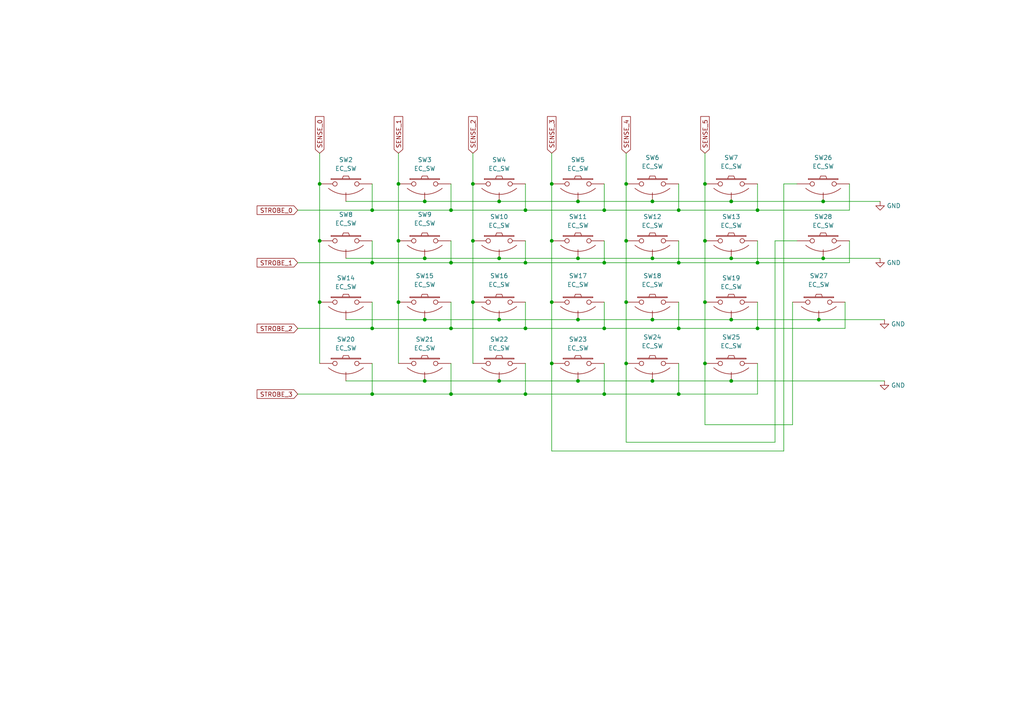
<source format=kicad_sch>
(kicad_sch (version 20231120) (generator "eeschema") (generator_version "8.0")
  (paper "A4")
  (title_block (title "EC23U") (date "2024-03-03") (rev "1.1") (company "LU.SV Solutions") (comment 1 "Cipulot PCB Design") (comment 2 "Cipulot") (comment 3 "CC-BY-NC-SA-4.0"))
  (lib_symbols
    (symbol "cipulot_parts:EC_SW" (pin_numbers hide) (pin_names (offset 1.016) hide)
      (property "Reference" "SW" (at 3.81 2.794 0))
      (property "Value" "EC_SW" (at -3.81 3.81 0))
      (symbol "EC_SW_0_1"
        (arc (start -5.08 -1.27) (mid 0 -3.052) (end 5.08 -1.27))
        (rectangle (start -4.318 1.27) (end 4.318 1.524))
        (polyline (pts (xy -1.016 1.524) (xy -0.762 2.286) (xy 0.762 2.286) (xy 1.016 1.524)))
        (pin passive inverted (at -7.62 0 0) (length 5.08) (name "1") (number "1"))
        (pin passive inverted (at 7.62 0 180) (length 5.08) (name "2") (number "2"))
      )
      (symbol "EC_SW_1_1"
        (pin input line (at 0 -5.08 90) (length 2.54) (name "SG") (number "3"))
      )
    )
    (symbol "power:GND" (power) (pin_names (offset 0))
      (property "Value" "GND" (at 0 -3.81 0))
      (symbol "GND_0_1"
        (polyline (pts (xy 0 0) (xy 0 -1.27) (xy 1.27 -1.27) (xy 0 -2.54) (xy -1.27 -1.27) (xy 0 -1.27)))
      )
      (symbol "GND_1_1"
        (pin power_in line (at 0 0 270) (length 0) hide (name "GND") (number "1"))
      )
    )
  )
  (junction (at 160.02 69.85))
  (junction (at 115.57 69.85))
  (junction (at 175.26 114.3))
  (junction (at 204.47 105.41))
  (junction (at 107.95 95.25))
  (junction (at 130.81 60.96))
  (junction (at 123.19 110.49))
  (junction (at 167.64 74.93))
  (junction (at 167.64 92.71))
  (junction (at 123.19 92.71))
  (junction (at 238.76 74.93))
  (junction (at 181.61 105.41))
  (junction (at 219.71 60.96))
  (junction (at 115.57 53.34))
  (junction (at 107.95 60.96))
  (junction (at 152.4 95.25))
  (junction (at 189.23 58.42))
  (junction (at 212.09 92.71))
  (junction (at 160.02 105.41))
  (junction (at 137.16 87.63))
  (junction (at 123.19 58.42))
  (junction (at 152.4 60.96))
  (junction (at 189.23 110.49))
  (junction (at 92.71 87.63))
  (junction (at 152.4 76.2))
  (junction (at 144.78 58.42))
  (junction (at 144.78 74.93))
  (junction (at 196.85 114.3))
  (junction (at 196.85 95.25))
  (junction (at 144.78 92.71))
  (junction (at 219.71 95.25))
  (junction (at 181.61 69.85))
  (junction (at 196.85 76.2))
  (junction (at 144.78 110.49))
  (junction (at 123.19 74.93))
  (junction (at 212.09 74.93))
  (junction (at 181.61 87.63))
  (junction (at 92.71 53.34))
  (junction (at 181.61 53.34))
  (junction (at 212.09 110.49))
  (junction (at 115.57 87.63))
  (junction (at 130.81 95.25))
  (junction (at 152.4 114.3))
  (junction (at 175.26 95.25))
  (junction (at 167.64 58.42))
  (junction (at 160.02 87.63))
  (junction (at 196.85 60.96))
  (junction (at 175.26 76.2))
  (junction (at 130.81 76.2))
  (junction (at 204.47 87.63))
  (junction (at 189.23 74.93))
  (junction (at 219.71 76.2))
  (junction (at 137.16 53.34))
  (junction (at 204.47 53.34))
  (junction (at 137.16 69.85))
  (junction (at 130.81 114.3))
  (junction (at 238.76 58.42))
  (junction (at 204.47 69.85))
  (junction (at 175.26 60.96))
  (junction (at 160.02 53.34))
  (junction (at 237.49 92.71))
  (junction (at 107.95 76.2))
  (junction (at 189.23 92.71))
  (junction (at 212.09 58.42))
  (junction (at 107.95 114.3))
  (junction (at 92.71 69.85))
  (junction (at 167.64 110.49))
  (wire (pts (xy 167.64 110.49) (xy 189.23 110.49)))
  (wire (pts (xy 130.81 60.96) (xy 107.95 60.96)))
  (wire (pts (xy 196.85 87.63) (xy 196.85 95.25)))
  (wire (pts (xy 137.16 44.45) (xy 137.16 53.34)))
  (wire (pts (xy 115.57 69.85) (xy 115.57 87.63)))
  (wire (pts (xy 130.81 53.34) (xy 130.81 60.96)))
  (wire (pts (xy 107.95 76.2) (xy 130.81 76.2)))
  (wire (pts (xy 212.09 110.49) (xy 256.54 110.49)))
  (wire (pts (xy 100.33 58.42) (xy 123.19 58.42)))
  (wire (pts (xy 204.47 69.85) (xy 204.47 87.63)))
  (wire (pts (xy 189.23 74.93) (xy 212.09 74.93)))
  (wire (pts (xy 130.81 95.25) (xy 152.4 95.25)))
  (wire (pts (xy 219.71 95.25) (xy 245.11 95.25)))
  (wire (pts (xy 115.57 53.34) (xy 115.57 69.85)))
  (wire (pts (xy 152.4 76.2) (xy 175.26 76.2)))
  (wire (pts (xy 196.85 95.25) (xy 219.71 95.25)))
  (wire (pts (xy 175.26 105.41) (xy 175.26 114.3)))
  (wire (pts (xy 196.85 69.85) (xy 196.85 76.2)))
  (wire (pts (xy 175.26 53.34) (xy 175.26 60.96)))
  (wire (pts (xy 181.61 69.85) (xy 181.61 87.63)))
  (wire (pts (xy 152.4 114.3) (xy 175.26 114.3)))
  (wire (pts (xy 204.47 87.63) (xy 204.47 105.41)))
  (wire (pts (xy 246.38 53.34) (xy 246.38 60.96)))
  (wire (pts (xy 100.33 74.93) (xy 123.19 74.93)))
  (wire (pts (xy 224.79 69.85) (xy 224.79 128.27)))
  (wire (pts (xy 175.26 95.25) (xy 196.85 95.25)))
  (wire (pts (xy 160.02 44.45) (xy 160.02 53.34)))
  (wire (pts (xy 189.23 58.42) (xy 212.09 58.42)))
  (wire (pts (xy 167.64 74.93) (xy 189.23 74.93)))
  (wire (pts (xy 137.16 87.63) (xy 137.16 105.41)))
  (wire (pts (xy 107.95 60.96) (xy 86.36 60.96)))
  (wire (pts (xy 152.4 60.96) (xy 130.81 60.96)))
  (wire (pts (xy 152.4 87.63) (xy 152.4 95.25)))
  (wire (pts (xy 144.78 58.42) (xy 167.64 58.42)))
  (wire (pts (xy 175.26 87.63) (xy 175.26 95.25)))
  (wire (pts (xy 152.4 95.25) (xy 175.26 95.25)))
  (wire (pts (xy 167.64 58.42) (xy 189.23 58.42)))
  (wire (pts (xy 219.71 60.96) (xy 196.85 60.96)))
  (wire (pts (xy 229.87 87.63) (xy 229.87 123.19)))
  (wire (pts (xy 181.61 105.41) (xy 181.61 128.27)))
  (wire (pts (xy 238.76 58.42) (xy 255.27 58.42)))
  (wire (pts (xy 181.61 53.34) (xy 181.61 69.85)))
  (wire (pts (xy 152.4 105.41) (xy 152.4 114.3)))
  (wire (pts (xy 227.33 130.81) (xy 160.02 130.81)))
  (wire (pts (xy 204.47 105.41) (xy 204.47 123.19)))
  (wire (pts (xy 123.19 58.42) (xy 144.78 58.42)))
  (wire (pts (xy 196.85 76.2) (xy 219.71 76.2)))
  (wire (pts (xy 92.71 44.45) (xy 92.71 53.34)))
  (wire (pts (xy 245.11 95.25) (xy 245.11 87.63)))
  (wire (pts (xy 219.71 87.63) (xy 219.71 95.25)))
  (wire (pts (xy 181.61 87.63) (xy 181.61 105.41)))
  (wire (pts (xy 196.85 114.3) (xy 219.71 114.3)))
  (wire (pts (xy 130.81 76.2) (xy 152.4 76.2)))
  (wire (pts (xy 107.95 95.25) (xy 130.81 95.25)))
  (wire (pts (xy 204.47 53.34) (xy 204.47 69.85)))
  (wire (pts (xy 212.09 74.93) (xy 238.76 74.93)))
  (wire (pts (xy 238.76 74.93) (xy 255.27 74.93)))
  (wire (pts (xy 144.78 74.93) (xy 167.64 74.93)))
  (wire (pts (xy 246.38 60.96) (xy 219.71 60.96)))
  (wire (pts (xy 130.81 69.85) (xy 130.81 76.2)))
  (wire (pts (xy 152.4 69.85) (xy 152.4 76.2)))
  (wire (pts (xy 196.85 105.41) (xy 196.85 114.3)))
  (wire (pts (xy 224.79 128.27) (xy 181.61 128.27)))
  (wire (pts (xy 204.47 44.45) (xy 204.47 53.34)))
  (wire (pts (xy 86.36 114.3) (xy 107.95 114.3)))
  (wire (pts (xy 219.71 114.3) (xy 219.71 105.41)))
  (wire (pts (xy 196.85 60.96) (xy 175.26 60.96)))
  (wire (pts (xy 152.4 53.34) (xy 152.4 60.96)))
  (wire (pts (xy 246.38 76.2) (xy 246.38 69.85)))
  (wire (pts (xy 219.71 76.2) (xy 246.38 76.2)))
  (wire (pts (xy 231.14 69.85) (xy 224.79 69.85)))
  (wire (pts (xy 181.61 44.45) (xy 181.61 53.34)))
  (wire (pts (xy 137.16 53.34) (xy 137.16 69.85)))
  (wire (pts (xy 100.33 92.71) (xy 123.19 92.71)))
  (wire (pts (xy 189.23 92.71) (xy 212.09 92.71)))
  (wire (pts (xy 160.02 69.85) (xy 160.02 87.63)))
  (wire (pts (xy 92.71 69.85) (xy 92.71 87.63)))
  (wire (pts (xy 123.19 110.49) (xy 144.78 110.49)))
  (wire (pts (xy 107.95 105.41) (xy 107.95 114.3)))
  (wire (pts (xy 231.14 53.34) (xy 227.33 53.34)))
  (wire (pts (xy 227.33 53.34) (xy 227.33 130.81)))
  (wire (pts (xy 123.19 92.71) (xy 144.78 92.71)))
  (wire (pts (xy 189.23 110.49) (xy 212.09 110.49)))
  (wire (pts (xy 107.95 114.3) (xy 130.81 114.3)))
  (wire (pts (xy 219.71 53.34) (xy 219.71 60.96)))
  (wire (pts (xy 92.71 87.63) (xy 92.71 105.41)))
  (wire (pts (xy 123.19 74.93) (xy 144.78 74.93)))
  (wire (pts (xy 167.64 92.71) (xy 189.23 92.71)))
  (wire (pts (xy 92.71 53.34) (xy 92.71 69.85)))
  (wire (pts (xy 86.36 95.25) (xy 107.95 95.25)))
  (wire (pts (xy 144.78 92.71) (xy 167.64 92.71)))
  (wire (pts (xy 160.02 87.63) (xy 160.02 105.41)))
  (wire (pts (xy 160.02 53.34) (xy 160.02 69.85)))
  (wire (pts (xy 130.81 105.41) (xy 130.81 114.3)))
  (wire (pts (xy 160.02 105.41) (xy 160.02 130.81)))
  (wire (pts (xy 137.16 69.85) (xy 137.16 87.63)))
  (wire (pts (xy 212.09 58.42) (xy 238.76 58.42)))
  (wire (pts (xy 175.26 114.3) (xy 196.85 114.3)))
  (wire (pts (xy 219.71 69.85) (xy 219.71 76.2)))
  (wire (pts (xy 130.81 114.3) (xy 152.4 114.3)))
  (wire (pts (xy 107.95 53.34) (xy 107.95 60.96)))
  (wire (pts (xy 107.95 87.63) (xy 107.95 95.25)))
  (wire (pts (xy 229.87 123.19) (xy 204.47 123.19)))
  (wire (pts (xy 100.33 110.49) (xy 123.19 110.49)))
  (wire (pts (xy 175.26 69.85) (xy 175.26 76.2)))
  (wire (pts (xy 212.09 92.71) (xy 237.49 92.71)))
  (wire (pts (xy 107.95 69.85) (xy 107.95 76.2)))
  (wire (pts (xy 130.81 87.63) (xy 130.81 95.25)))
  (wire (pts (xy 237.49 92.71) (xy 256.54 92.71)))
  (wire (pts (xy 115.57 87.63) (xy 115.57 105.41)))
  (wire (pts (xy 175.26 76.2) (xy 196.85 76.2)))
  (wire (pts (xy 144.78 110.49) (xy 167.64 110.49)))
  (wire (pts (xy 196.85 53.34) (xy 196.85 60.96)))
  (wire (pts (xy 86.36 76.2) (xy 107.95 76.2)))
  (wire (pts (xy 115.57 44.45) (xy 115.57 53.34)))
  (wire (pts (xy 175.26 60.96) (xy 152.4 60.96)))
  (global_label "SENSE_5" (shape input) (at 204.47 44.45 90) (property "Intersheetrefs" "${INTERSHEET_REFS}" (effects (hide yes))))
  (global_label "STROBE_1" (shape input) (at 86.36 76.2 180) (property "Intersheetrefs" "${INTERSHEET_REFS}" (effects (hide yes))))
  (global_label "SENSE_3" (shape input) (at 160.02 44.45 90) (property "Intersheetrefs" "${INTERSHEET_REFS}" (effects (hide yes))))
  (global_label "SENSE_1" (shape input) (at 115.57 44.45 90) (property "Intersheetrefs" "${INTERSHEET_REFS}" (effects (hide yes))))
  (global_label "STROBE_2" (shape input) (at 86.36 95.25 180) (property "Intersheetrefs" "${INTERSHEET_REFS}" (effects (hide yes))))
  (global_label "STROBE_0" (shape input) (at 86.36 60.96 180) (property "Intersheetrefs" "${INTERSHEET_REFS}" (effects (hide yes))))
  (global_label "SENSE_2" (shape input) (at 137.16 44.45 90) (property "Intersheetrefs" "${INTERSHEET_REFS}" (effects (hide yes))))
  (global_label "SENSE_4" (shape input) (at 181.61 44.45 90) (property "Intersheetrefs" "${INTERSHEET_REFS}" (effects (hide yes))))
  (global_label "SENSE_0" (shape input) (at 92.71 44.45 90) (property "Intersheetrefs" "${INTERSHEET_REFS}" (effects (hide yes))))
  (global_label "STROBE_3" (shape input) (at 86.36 114.3 180) (property "Intersheetrefs" "${INTERSHEET_REFS}" (effects (hide yes))))
  (symbol (lib_id "cipulot_parts:EC_SW") (at 189.23 105.41 0) (unit 1)
    (property "Reference" "SW24" (at 189.23 97.79 0))
    (property "Value" "EC_SW" (at 189.23 100.33 0))
    (property "Footprint" "cipulot_parts:ecs_pad_1U_no_ring" (effects (hide yes)))
  )
  (symbol (lib_id "cipulot_parts:EC_SW") (at 100.33 87.63 0) (mirror y) (unit 1)
    (property "Reference" "SW14" (at 100.33 80.645 0))
    (property "Value" "EC_SW" (at 100.33 83.185 0))
    (property "Footprint" "cipulot_parts:ecs_pad_2U_no_ring" (effects (hide yes)))
  )
  (symbol (lib_id "cipulot_parts:EC_SW") (at 167.64 53.34 0) (unit 1)
    (property "Reference" "SW5" (at 167.64 46.355 0))
    (property "Value" "EC_SW" (at 167.64 48.895 0))
    (property "Footprint" "cipulot_parts:ecs_pad_1U_no_ring" (effects (hide yes)))
  )
  (symbol (lib_id "cipulot_parts:EC_SW") (at 144.78 87.63 0) (unit 1)
    (property "Reference" "SW16" (at 144.78 80.01 0))
    (property "Value" "EC_SW" (at 144.78 82.55 0))
    (property "Footprint" "cipulot_parts:ecs_pad_1U_no_ring" (effects (hide yes)))
  )
  (symbol (lib_id "cipulot_parts:EC_SW") (at 189.23 53.34 0) (unit 1)
    (property "Reference" "SW6" (at 189.23 45.72 0))
    (property "Value" "EC_SW" (at 189.23 48.26 0))
    (property "Footprint" "cipulot_parts:ecs_pad_1U_no_ring" (effects (hide yes)))
  )
  (symbol (lib_id "cipulot_parts:EC_SW") (at 189.23 87.63 0) (unit 1)
    (property "Reference" "SW18" (at 189.23 80.01 0))
    (property "Value" "EC_SW" (at 189.23 82.55 0))
    (property "Footprint" "cipulot_parts:ecs_pad_1U_no_ring" (effects (hide yes)))
  )
  (symbol (lib_id "cipulot_parts:EC_SW") (at 212.09 69.85 0) (unit 1)
    (property "Reference" "SW13" (at 212.09 62.865 0))
    (property "Value" "EC_SW" (at 212.09 65.405 0))
    (property "Footprint" "cipulot_parts:ecs_pad_1U_no_ring" (effects (hide yes)))
  )
  (symbol (lib_id "cipulot_parts:EC_SW") (at 167.64 105.41 0) (unit 1)
    (property "Reference" "SW23" (at 167.64 98.425 0))
    (property "Value" "EC_SW" (at 167.64 100.965 0))
    (property "Footprint" "cipulot_parts:ecs_pad_2U_no_ring" (effects (hide yes)))
  )
  (symbol (lib_id "cipulot_parts:EC_SW") (at 100.33 69.85 0) (unit 1)
    (property "Reference" "SW8" (at 100.33 62.23 0))
    (property "Value" "EC_SW" (at 100.33 64.77 0))
    (property "Footprint" "cipulot_parts:ecs_pad_1U_no_ring" (effects (hide yes)))
  )
  (symbol (lib_id "cipulot_parts:EC_SW") (at 189.23 69.85 0) (unit 1)
    (property "Reference" "SW12" (at 189.23 62.865 0))
    (property "Value" "EC_SW" (at 189.23 65.405 0))
    (property "Footprint" "cipulot_parts:ecs_pad_1U_no_ring" (effects (hide yes)))
  )
  (symbol (lib_id "cipulot_parts:EC_SW") (at 123.19 53.34 0) (unit 1)
    (property "Reference" "SW3" (at 123.19 46.355 0))
    (property "Value" "EC_SW" (at 123.19 48.895 0))
    (property "Footprint" "cipulot_parts:ecs_pad_1U_no_ring" (effects (hide yes)))
  )
  (symbol (lib_id "cipulot_parts:EC_SW") (at 144.78 105.41 0) (unit 1)
    (property "Reference" "SW22" (at 144.78 98.425 0))
    (property "Value" "EC_SW" (at 144.78 100.965 0))
    (property "Footprint" "cipulot_parts:ecs_pad_1U_no_ring" (effects (hide yes)))
  )
  (symbol (lib_id "cipulot_parts:EC_SW") (at 100.33 53.34 0) (unit 1)
    (property "Reference" "SW2" (at 100.33 46.355 0))
    (property "Value" "EC_SW" (at 100.33 48.895 0))
    (property "Footprint" "cipulot_parts:ecs_pad_1U_no_ring" (effects (hide yes)))
  )
  (symbol (lib_id "cipulot_parts:EC_SW") (at 167.64 69.85 0) (unit 1)
    (property "Reference" "SW11" (at 167.64 62.865 0))
    (property "Value" "EC_SW" (at 167.64 65.405 0))
    (property "Footprint" "cipulot_parts:ecs_pad_1U_no_ring" (effects (hide yes)))
  )
  (symbol (lib_id "cipulot_parts:EC_SW") (at 167.64 87.63 0) (unit 1)
    (property "Reference" "SW17" (at 167.64 80.01 0))
    (property "Value" "EC_SW" (at 167.64 82.55 0))
    (property "Footprint" "cipulot_parts:ecs_pad_1U_no_ring" (effects (hide yes)))
  )
  (symbol (lib_id "cipulot_parts:EC_SW") (at 100.33 105.41 0) (unit 1)
    (property "Reference" "SW20" (at 100.33 98.425 0))
    (property "Value" "EC_SW" (at 100.33 100.965 0))
    (property "Footprint" "cipulot_parts:ecs_pad_1U_no_ring" (effects (hide yes)))
  )
  (symbol (lib_id "cipulot_parts:EC_SW") (at 123.19 69.85 0) (unit 1)
    (property "Reference" "SW9" (at 123.19 62.23 0))
    (property "Value" "EC_SW" (at 123.19 64.77 0))
    (property "Footprint" "cipulot_parts:ecs_pad_1U_no_ring" (effects (hide yes)))
  )
  (symbol (lib_id "power:GND") (at 255.27 58.42 0) (unit 1)
    (property "Reference" "#PWR039" (effects (hide yes)))
    (property "Value" "GND" (at 257.175 59.6899 0) (effects (justify left)))
  )
  (symbol (lib_id "cipulot_parts:EC_SW") (at 123.19 87.63 0) (unit 1)
    (property "Reference" "SW15" (at 123.19 80.01 0))
    (property "Value" "EC_SW" (at 123.19 82.55 0))
    (property "Footprint" "cipulot_parts:ecs_pad_1U_no_ring" (effects (hide yes)))
  )
  (symbol (lib_id "power:GND") (at 256.54 92.71 0) (unit 1)
    (property "Reference" "#PWR041" (effects (hide yes)))
    (property "Value" "GND" (at 258.445 93.9799 0) (effects (justify left)))
  )
  (symbol (lib_id "power:GND") (at 255.27 74.93 0) (unit 1)
    (property "Reference" "#PWR040" (effects (hide yes)))
    (property "Value" "GND" (at 257.175 76.1999 0) (effects (justify left)))
  )
  (symbol (lib_id "cipulot_parts:EC_SW") (at 237.49 87.63 0) (unit 1)
    (property "Reference" "SW27" (at 237.49 80.01 0))
    (property "Value" "EC_SW" (at 237.49 82.55 0))
    (property "Footprint" "cipulot_parts:ecs_pad_1U_no_ring" (effects (hide yes)))
  )
  (symbol (lib_id "cipulot_parts:EC_SW") (at 123.19 105.41 0) (unit 1)
    (property "Reference" "SW21" (at 123.19 98.425 0))
    (property "Value" "EC_SW" (at 123.19 100.965 0))
    (property "Footprint" "cipulot_parts:ecs_pad_1U_no_ring" (effects (hide yes)))
  )
  (symbol (lib_id "cipulot_parts:EC_SW") (at 212.09 87.63 0) (unit 1)
    (property "Reference" "SW19" (at 212.09 80.645 0))
    (property "Value" "EC_SW" (at 212.09 83.185 0))
    (property "Footprint" "cipulot_parts:ecs_pad_1U_no_ring" (effects (hide yes)))
  )
  (symbol (lib_id "cipulot_parts:EC_SW") (at 144.78 69.85 0) (unit 1)
    (property "Reference" "SW10" (at 144.78 62.865 0))
    (property "Value" "EC_SW" (at 144.78 65.405 0))
    (property "Footprint" "cipulot_parts:ecs_pad_1U_no_ring" (effects (hide yes)))
  )
  (symbol (lib_id "cipulot_parts:EC_SW") (at 238.76 53.34 0) (unit 1)
    (property "Reference" "SW26" (at 238.76 45.72 0))
    (property "Value" "EC_SW" (at 238.76 48.26 0))
    (property "Footprint" "cipulot_parts:ecs_pad_1U_no_ring" (effects (hide yes)))
  )
  (symbol (lib_id "cipulot_parts:EC_SW") (at 238.76 69.85 0) (unit 1)
    (property "Reference" "SW28" (at 238.76 62.865 0))
    (property "Value" "EC_SW" (at 238.76 65.405 0))
    (property "Footprint" "cipulot_parts:ecs_pad_2U_no_ring" (effects (hide yes)))
  )
  (symbol (lib_id "power:GND") (at 256.54 110.49 0) (unit 1)
    (property "Reference" "#PWR042" (effects (hide yes)))
    (property "Value" "GND" (at 258.445 111.7599 0) (effects (justify left)))
  )
  (symbol (lib_id "cipulot_parts:EC_SW") (at 212.09 105.41 0) (unit 1)
    (property "Reference" "SW25" (at 212.09 97.79 0))
    (property "Value" "EC_SW" (at 212.09 100.33 0))
    (property "Footprint" "cipulot_parts:ecs_pad_1U_no_ring" (effects (hide yes)))
  )
  (symbol (lib_id "cipulot_parts:EC_SW") (at 212.09 53.34 0) (unit 1)
    (property "Reference" "SW7" (at 212.09 45.72 0))
    (property "Value" "EC_SW" (at 212.09 48.26 0))
    (property "Footprint" "cipulot_parts:ecs_pad_1U_no_ring" (effects (hide yes)))
  )
  (symbol (lib_id "cipulot_parts:EC_SW") (at 144.78 53.34 0) (unit 1)
    (property "Reference" "SW4" (at 144.78 46.355 0))
    (property "Value" "EC_SW" (at 144.78 48.895 0))
    (property "Footprint" "cipulot_parts:ecs_pad_1U_no_ring" (effects (hide yes)))
  )
)
</source>
